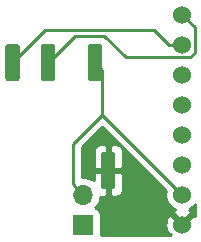
<source format=gbr>
G04 #@! TF.GenerationSoftware,KiCad,Pcbnew,(5.1.5)-3*
G04 #@! TF.CreationDate,2020-12-21T13:09:17+01:00*
G04 #@! TF.ProjectId,epimetheus_adxl345,6570696d-6574-4686-9575-735f6164786c,rev?*
G04 #@! TF.SameCoordinates,Original*
G04 #@! TF.FileFunction,Copper,L1,Top*
G04 #@! TF.FilePolarity,Positive*
%FSLAX46Y46*%
G04 Gerber Fmt 4.6, Leading zero omitted, Abs format (unit mm)*
G04 Created by KiCad (PCBNEW (5.1.5)-3) date 2020-12-21 13:09:17*
%MOMM*%
%LPD*%
G04 APERTURE LIST*
%ADD10C,1.524000*%
%ADD11O,1.700000X1.700000*%
%ADD12R,1.700000X1.700000*%
%ADD13C,0.100000*%
%ADD14C,0.250000*%
%ADD15C,0.254000*%
G04 APERTURE END LIST*
D10*
X179324000Y-22352000D03*
X179324000Y-24892000D03*
X179324000Y-27432000D03*
X179324000Y-29972000D03*
X179324000Y-32512000D03*
X179324000Y-35052000D03*
X179324000Y-37592000D03*
X179324000Y-40132000D03*
D11*
X170942000Y-37592000D03*
D12*
X170942000Y-40132000D03*
G04 #@! TA.AperFunction,SMDPad,CuDef*
D13*
G36*
X165302405Y-24817445D02*
G01*
X165331527Y-24821764D01*
X165360085Y-24828918D01*
X165387805Y-24838836D01*
X165414419Y-24851424D01*
X165439671Y-24866559D01*
X165463318Y-24884097D01*
X165485132Y-24903868D01*
X165504903Y-24925682D01*
X165522441Y-24949329D01*
X165537576Y-24974581D01*
X165550164Y-25001195D01*
X165560082Y-25028915D01*
X165567236Y-25057473D01*
X165571555Y-25086595D01*
X165573000Y-25116000D01*
X165573000Y-27716000D01*
X165571555Y-27745405D01*
X165567236Y-27774527D01*
X165560082Y-27803085D01*
X165550164Y-27830805D01*
X165537576Y-27857419D01*
X165522441Y-27882671D01*
X165504903Y-27906318D01*
X165485132Y-27928132D01*
X165463318Y-27947903D01*
X165439671Y-27965441D01*
X165414419Y-27980576D01*
X165387805Y-27993164D01*
X165360085Y-28003082D01*
X165331527Y-28010236D01*
X165302405Y-28014555D01*
X165273000Y-28016000D01*
X164673000Y-28016000D01*
X164643595Y-28014555D01*
X164614473Y-28010236D01*
X164585915Y-28003082D01*
X164558195Y-27993164D01*
X164531581Y-27980576D01*
X164506329Y-27965441D01*
X164482682Y-27947903D01*
X164460868Y-27928132D01*
X164441097Y-27906318D01*
X164423559Y-27882671D01*
X164408424Y-27857419D01*
X164395836Y-27830805D01*
X164385918Y-27803085D01*
X164378764Y-27774527D01*
X164374445Y-27745405D01*
X164373000Y-27716000D01*
X164373000Y-25116000D01*
X164374445Y-25086595D01*
X164378764Y-25057473D01*
X164385918Y-25028915D01*
X164395836Y-25001195D01*
X164408424Y-24974581D01*
X164423559Y-24949329D01*
X164441097Y-24925682D01*
X164460868Y-24903868D01*
X164482682Y-24884097D01*
X164506329Y-24866559D01*
X164531581Y-24851424D01*
X164558195Y-24838836D01*
X164585915Y-24828918D01*
X164614473Y-24821764D01*
X164643595Y-24817445D01*
X164673000Y-24816000D01*
X165273000Y-24816000D01*
X165302405Y-24817445D01*
G37*
G04 #@! TD.AperFunction*
G04 #@! TA.AperFunction,SMDPad,CuDef*
G36*
X168302405Y-24817445D02*
G01*
X168331527Y-24821764D01*
X168360085Y-24828918D01*
X168387805Y-24838836D01*
X168414419Y-24851424D01*
X168439671Y-24866559D01*
X168463318Y-24884097D01*
X168485132Y-24903868D01*
X168504903Y-24925682D01*
X168522441Y-24949329D01*
X168537576Y-24974581D01*
X168550164Y-25001195D01*
X168560082Y-25028915D01*
X168567236Y-25057473D01*
X168571555Y-25086595D01*
X168573000Y-25116000D01*
X168573000Y-27716000D01*
X168571555Y-27745405D01*
X168567236Y-27774527D01*
X168560082Y-27803085D01*
X168550164Y-27830805D01*
X168537576Y-27857419D01*
X168522441Y-27882671D01*
X168504903Y-27906318D01*
X168485132Y-27928132D01*
X168463318Y-27947903D01*
X168439671Y-27965441D01*
X168414419Y-27980576D01*
X168387805Y-27993164D01*
X168360085Y-28003082D01*
X168331527Y-28010236D01*
X168302405Y-28014555D01*
X168273000Y-28016000D01*
X167673000Y-28016000D01*
X167643595Y-28014555D01*
X167614473Y-28010236D01*
X167585915Y-28003082D01*
X167558195Y-27993164D01*
X167531581Y-27980576D01*
X167506329Y-27965441D01*
X167482682Y-27947903D01*
X167460868Y-27928132D01*
X167441097Y-27906318D01*
X167423559Y-27882671D01*
X167408424Y-27857419D01*
X167395836Y-27830805D01*
X167385918Y-27803085D01*
X167378764Y-27774527D01*
X167374445Y-27745405D01*
X167373000Y-27716000D01*
X167373000Y-25116000D01*
X167374445Y-25086595D01*
X167378764Y-25057473D01*
X167385918Y-25028915D01*
X167395836Y-25001195D01*
X167408424Y-24974581D01*
X167423559Y-24949329D01*
X167441097Y-24925682D01*
X167460868Y-24903868D01*
X167482682Y-24884097D01*
X167506329Y-24866559D01*
X167531581Y-24851424D01*
X167558195Y-24838836D01*
X167585915Y-24828918D01*
X167614473Y-24821764D01*
X167643595Y-24817445D01*
X167673000Y-24816000D01*
X168273000Y-24816000D01*
X168302405Y-24817445D01*
G37*
G04 #@! TD.AperFunction*
G04 #@! TA.AperFunction,SMDPad,CuDef*
G36*
X172287405Y-24817445D02*
G01*
X172316527Y-24821764D01*
X172345085Y-24828918D01*
X172372805Y-24838836D01*
X172399419Y-24851424D01*
X172424671Y-24866559D01*
X172448318Y-24884097D01*
X172470132Y-24903868D01*
X172489903Y-24925682D01*
X172507441Y-24949329D01*
X172522576Y-24974581D01*
X172535164Y-25001195D01*
X172545082Y-25028915D01*
X172552236Y-25057473D01*
X172556555Y-25086595D01*
X172558000Y-25116000D01*
X172558000Y-27716000D01*
X172556555Y-27745405D01*
X172552236Y-27774527D01*
X172545082Y-27803085D01*
X172535164Y-27830805D01*
X172522576Y-27857419D01*
X172507441Y-27882671D01*
X172489903Y-27906318D01*
X172470132Y-27928132D01*
X172448318Y-27947903D01*
X172424671Y-27965441D01*
X172399419Y-27980576D01*
X172372805Y-27993164D01*
X172345085Y-28003082D01*
X172316527Y-28010236D01*
X172287405Y-28014555D01*
X172258000Y-28016000D01*
X171658000Y-28016000D01*
X171628595Y-28014555D01*
X171599473Y-28010236D01*
X171570915Y-28003082D01*
X171543195Y-27993164D01*
X171516581Y-27980576D01*
X171491329Y-27965441D01*
X171467682Y-27947903D01*
X171445868Y-27928132D01*
X171426097Y-27906318D01*
X171408559Y-27882671D01*
X171393424Y-27857419D01*
X171380836Y-27830805D01*
X171370918Y-27803085D01*
X171363764Y-27774527D01*
X171359445Y-27745405D01*
X171358000Y-27716000D01*
X171358000Y-25116000D01*
X171359445Y-25086595D01*
X171363764Y-25057473D01*
X171370918Y-25028915D01*
X171380836Y-25001195D01*
X171393424Y-24974581D01*
X171408559Y-24949329D01*
X171426097Y-24925682D01*
X171445868Y-24903868D01*
X171467682Y-24884097D01*
X171491329Y-24866559D01*
X171516581Y-24851424D01*
X171543195Y-24838836D01*
X171570915Y-24828918D01*
X171599473Y-24821764D01*
X171628595Y-24817445D01*
X171658000Y-24816000D01*
X172258000Y-24816000D01*
X172287405Y-24817445D01*
G37*
G04 #@! TD.AperFunction*
G04 #@! TA.AperFunction,SMDPad,CuDef*
G36*
X173402405Y-33961445D02*
G01*
X173431527Y-33965764D01*
X173460085Y-33972918D01*
X173487805Y-33982836D01*
X173514419Y-33995424D01*
X173539671Y-34010559D01*
X173563318Y-34028097D01*
X173585132Y-34047868D01*
X173604903Y-34069682D01*
X173622441Y-34093329D01*
X173637576Y-34118581D01*
X173650164Y-34145195D01*
X173660082Y-34172915D01*
X173667236Y-34201473D01*
X173671555Y-34230595D01*
X173673000Y-34260000D01*
X173673000Y-36860000D01*
X173671555Y-36889405D01*
X173667236Y-36918527D01*
X173660082Y-36947085D01*
X173650164Y-36974805D01*
X173637576Y-37001419D01*
X173622441Y-37026671D01*
X173604903Y-37050318D01*
X173585132Y-37072132D01*
X173563318Y-37091903D01*
X173539671Y-37109441D01*
X173514419Y-37124576D01*
X173487805Y-37137164D01*
X173460085Y-37147082D01*
X173431527Y-37154236D01*
X173402405Y-37158555D01*
X173373000Y-37160000D01*
X172773000Y-37160000D01*
X172743595Y-37158555D01*
X172714473Y-37154236D01*
X172685915Y-37147082D01*
X172658195Y-37137164D01*
X172631581Y-37124576D01*
X172606329Y-37109441D01*
X172582682Y-37091903D01*
X172560868Y-37072132D01*
X172541097Y-37050318D01*
X172523559Y-37026671D01*
X172508424Y-37001419D01*
X172495836Y-36974805D01*
X172485918Y-36947085D01*
X172478764Y-36918527D01*
X172474445Y-36889405D01*
X172473000Y-36860000D01*
X172473000Y-34260000D01*
X172474445Y-34230595D01*
X172478764Y-34201473D01*
X172485918Y-34172915D01*
X172495836Y-34145195D01*
X172508424Y-34118581D01*
X172523559Y-34093329D01*
X172541097Y-34069682D01*
X172560868Y-34047868D01*
X172582682Y-34028097D01*
X172606329Y-34010559D01*
X172631581Y-33995424D01*
X172658195Y-33982836D01*
X172685915Y-33972918D01*
X172714473Y-33965764D01*
X172743595Y-33961445D01*
X172773000Y-33960000D01*
X173373000Y-33960000D01*
X173402405Y-33961445D01*
G37*
G04 #@! TD.AperFunction*
D14*
X178246370Y-24892000D02*
X176976370Y-23622000D01*
X179324000Y-24892000D02*
X178246370Y-24892000D01*
X167767000Y-23622000D02*
X164973000Y-26416000D01*
X176976370Y-23622000D02*
X167767000Y-23622000D01*
X180014999Y-25979001D02*
X174569001Y-25979001D01*
X180411001Y-25582999D02*
X180014999Y-25979001D01*
X179324000Y-22352000D02*
X180411001Y-23439001D01*
X180411001Y-23439001D02*
X180411001Y-25582999D01*
X174569001Y-25979001D02*
X172720000Y-24130000D01*
X170259000Y-24130000D02*
X167973000Y-26416000D01*
X172720000Y-24130000D02*
X170259000Y-24130000D01*
X172558000Y-30826000D02*
X179324000Y-37592000D01*
X171958000Y-26416000D02*
X172558000Y-27016000D01*
X172558000Y-27016000D02*
X172558000Y-30826000D01*
X170092001Y-33291999D02*
X172558000Y-30826000D01*
X170092001Y-36742001D02*
X170092001Y-33291999D01*
X170942000Y-37592000D02*
X170092001Y-36742001D01*
D15*
G36*
X177957628Y-37300430D02*
G01*
X177927000Y-37454408D01*
X177927000Y-37729592D01*
X177980686Y-37999490D01*
X178085995Y-38253727D01*
X178238880Y-38482535D01*
X178433465Y-38677120D01*
X178662273Y-38830005D01*
X178733943Y-38859692D01*
X178720977Y-38864364D01*
X178605020Y-38926344D01*
X178538040Y-39166435D01*
X179324000Y-39952395D01*
X180109960Y-39166435D01*
X180042980Y-38926344D01*
X179907240Y-38862515D01*
X179985727Y-38830005D01*
X180214535Y-38677120D01*
X180409120Y-38482535D01*
X180442000Y-38433326D01*
X180442000Y-39388566D01*
X180289565Y-39346040D01*
X179503605Y-40132000D01*
X179517748Y-40146143D01*
X179338143Y-40325748D01*
X179324000Y-40311605D01*
X179309858Y-40325748D01*
X179130253Y-40146143D01*
X179144395Y-40132000D01*
X178358435Y-39346040D01*
X178118344Y-39413020D01*
X178001244Y-39662048D01*
X177934977Y-39929135D01*
X177922090Y-40204017D01*
X177963078Y-40476133D01*
X178056364Y-40735023D01*
X178118344Y-40850980D01*
X178358433Y-40917959D01*
X178280392Y-40996000D01*
X172428693Y-40996000D01*
X172430072Y-40982000D01*
X172430072Y-39282000D01*
X172417812Y-39157518D01*
X172381502Y-39037820D01*
X172322537Y-38927506D01*
X172243185Y-38830815D01*
X172146494Y-38751463D01*
X172036180Y-38692498D01*
X171963620Y-38670487D01*
X172095475Y-38538632D01*
X172257990Y-38295411D01*
X172369932Y-38025158D01*
X172416215Y-37792479D01*
X172473000Y-37798072D01*
X172787250Y-37795000D01*
X172946000Y-37636250D01*
X172946000Y-35687000D01*
X173200000Y-35687000D01*
X173200000Y-37636250D01*
X173358750Y-37795000D01*
X173673000Y-37798072D01*
X173797482Y-37785812D01*
X173917180Y-37749502D01*
X174027494Y-37690537D01*
X174124185Y-37611185D01*
X174203537Y-37514494D01*
X174262502Y-37404180D01*
X174298812Y-37284482D01*
X174311072Y-37160000D01*
X174308000Y-35845750D01*
X174149250Y-35687000D01*
X173200000Y-35687000D01*
X172946000Y-35687000D01*
X171996750Y-35687000D01*
X171838000Y-35845750D01*
X171836696Y-36403822D01*
X171645411Y-36276010D01*
X171375158Y-36164068D01*
X171088260Y-36107000D01*
X170852001Y-36107000D01*
X170852001Y-33960000D01*
X171834928Y-33960000D01*
X171838000Y-35274250D01*
X171996750Y-35433000D01*
X172946000Y-35433000D01*
X172946000Y-33483750D01*
X173200000Y-33483750D01*
X173200000Y-35433000D01*
X174149250Y-35433000D01*
X174308000Y-35274250D01*
X174311072Y-33960000D01*
X174298812Y-33835518D01*
X174262502Y-33715820D01*
X174203537Y-33605506D01*
X174124185Y-33508815D01*
X174027494Y-33429463D01*
X173917180Y-33370498D01*
X173797482Y-33334188D01*
X173673000Y-33321928D01*
X173358750Y-33325000D01*
X173200000Y-33483750D01*
X172946000Y-33483750D01*
X172787250Y-33325000D01*
X172473000Y-33321928D01*
X172348518Y-33334188D01*
X172228820Y-33370498D01*
X172118506Y-33429463D01*
X172021815Y-33508815D01*
X171942463Y-33605506D01*
X171883498Y-33715820D01*
X171847188Y-33835518D01*
X171834928Y-33960000D01*
X170852001Y-33960000D01*
X170852001Y-33606800D01*
X172558000Y-31900801D01*
X177957628Y-37300430D01*
G37*
X177957628Y-37300430D02*
X177927000Y-37454408D01*
X177927000Y-37729592D01*
X177980686Y-37999490D01*
X178085995Y-38253727D01*
X178238880Y-38482535D01*
X178433465Y-38677120D01*
X178662273Y-38830005D01*
X178733943Y-38859692D01*
X178720977Y-38864364D01*
X178605020Y-38926344D01*
X178538040Y-39166435D01*
X179324000Y-39952395D01*
X180109960Y-39166435D01*
X180042980Y-38926344D01*
X179907240Y-38862515D01*
X179985727Y-38830005D01*
X180214535Y-38677120D01*
X180409120Y-38482535D01*
X180442000Y-38433326D01*
X180442000Y-39388566D01*
X180289565Y-39346040D01*
X179503605Y-40132000D01*
X179517748Y-40146143D01*
X179338143Y-40325748D01*
X179324000Y-40311605D01*
X179309858Y-40325748D01*
X179130253Y-40146143D01*
X179144395Y-40132000D01*
X178358435Y-39346040D01*
X178118344Y-39413020D01*
X178001244Y-39662048D01*
X177934977Y-39929135D01*
X177922090Y-40204017D01*
X177963078Y-40476133D01*
X178056364Y-40735023D01*
X178118344Y-40850980D01*
X178358433Y-40917959D01*
X178280392Y-40996000D01*
X172428693Y-40996000D01*
X172430072Y-40982000D01*
X172430072Y-39282000D01*
X172417812Y-39157518D01*
X172381502Y-39037820D01*
X172322537Y-38927506D01*
X172243185Y-38830815D01*
X172146494Y-38751463D01*
X172036180Y-38692498D01*
X171963620Y-38670487D01*
X172095475Y-38538632D01*
X172257990Y-38295411D01*
X172369932Y-38025158D01*
X172416215Y-37792479D01*
X172473000Y-37798072D01*
X172787250Y-37795000D01*
X172946000Y-37636250D01*
X172946000Y-35687000D01*
X173200000Y-35687000D01*
X173200000Y-37636250D01*
X173358750Y-37795000D01*
X173673000Y-37798072D01*
X173797482Y-37785812D01*
X173917180Y-37749502D01*
X174027494Y-37690537D01*
X174124185Y-37611185D01*
X174203537Y-37514494D01*
X174262502Y-37404180D01*
X174298812Y-37284482D01*
X174311072Y-37160000D01*
X174308000Y-35845750D01*
X174149250Y-35687000D01*
X173200000Y-35687000D01*
X172946000Y-35687000D01*
X171996750Y-35687000D01*
X171838000Y-35845750D01*
X171836696Y-36403822D01*
X171645411Y-36276010D01*
X171375158Y-36164068D01*
X171088260Y-36107000D01*
X170852001Y-36107000D01*
X170852001Y-33960000D01*
X171834928Y-33960000D01*
X171838000Y-35274250D01*
X171996750Y-35433000D01*
X172946000Y-35433000D01*
X172946000Y-33483750D01*
X173200000Y-33483750D01*
X173200000Y-35433000D01*
X174149250Y-35433000D01*
X174308000Y-35274250D01*
X174311072Y-33960000D01*
X174298812Y-33835518D01*
X174262502Y-33715820D01*
X174203537Y-33605506D01*
X174124185Y-33508815D01*
X174027494Y-33429463D01*
X173917180Y-33370498D01*
X173797482Y-33334188D01*
X173673000Y-33321928D01*
X173358750Y-33325000D01*
X173200000Y-33483750D01*
X172946000Y-33483750D01*
X172787250Y-33325000D01*
X172473000Y-33321928D01*
X172348518Y-33334188D01*
X172228820Y-33370498D01*
X172118506Y-33429463D01*
X172021815Y-33508815D01*
X171942463Y-33605506D01*
X171883498Y-33715820D01*
X171847188Y-33835518D01*
X171834928Y-33960000D01*
X170852001Y-33960000D01*
X170852001Y-33606800D01*
X172558000Y-31900801D01*
X177957628Y-37300430D01*
M02*

</source>
